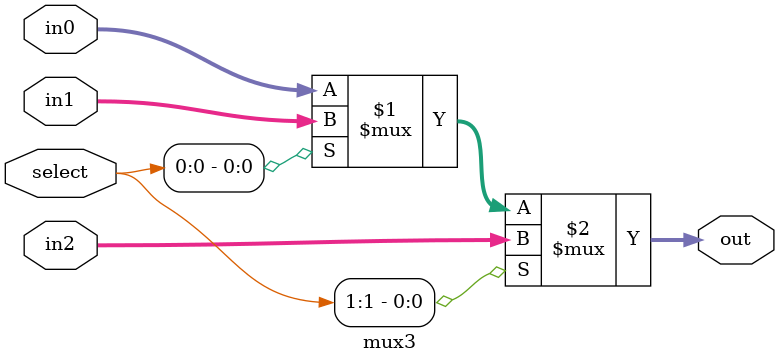
<source format=sv>
module mux3 #(parameter WIDTH = 32) (
  input  logic [WIDTH-1:0]  in2,in1,in0,
  input  logic [1:0]        select,
  output logic [WIDTH-1:0]  out
);

assign out = select[1] ? in2: 
            (select[0] ? in1 : in0);

endmodule
</source>
